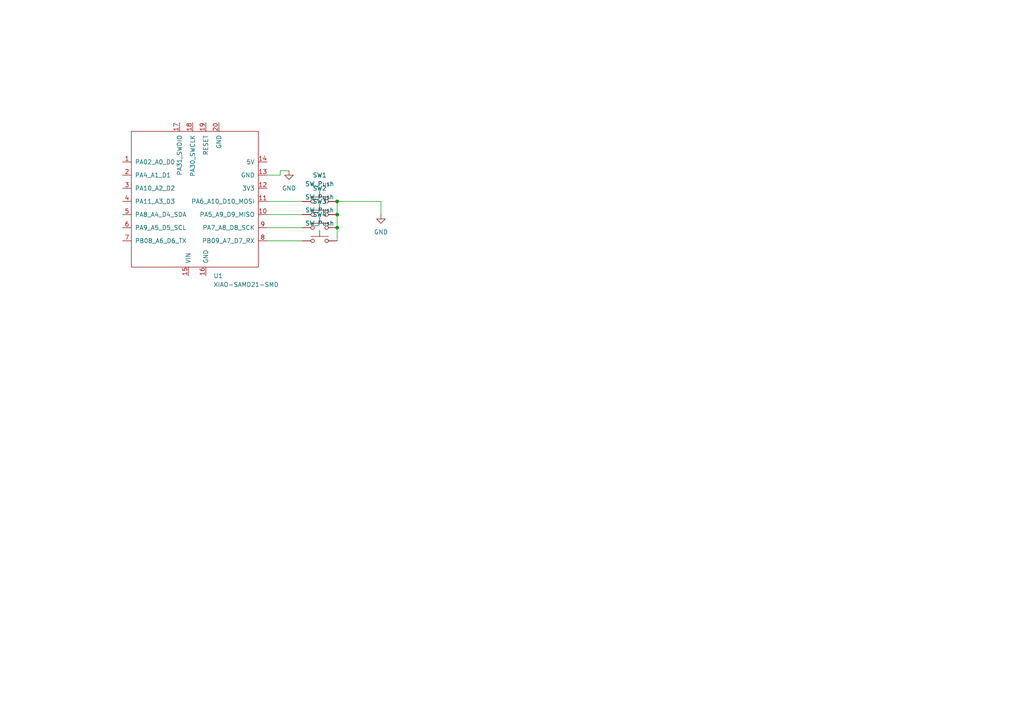
<source format=kicad_sch>
(kicad_sch (version 20231120) (generator "eeschema") (generator_version "8.0")
  (paper "A4")
  (lib_symbols
    (symbol "Seeed_Studio_XIAO_Series:XIAO-SAMD21-SMD" (pin_names (offset 1.016))
      (property "Reference" "U" (at -18.542 23.114 0))
      (property "Value" "XIAO-SAMD21-SMD" (at -9.906 21.336 0))
      (symbol "XIAO-SAMD21-SMD_0_1"
        (rectangle (start -19.05 20.32) (end 17.78 -19.05))
      )
      (symbol "XIAO-SAMD21-SMD_1_1"
        (pin passive line (at -21.59 11.43 0) (length 2.54) (name "PA02_A0_D0") (number "1"))
        (pin passive line (at 20.32 -3.81 180) (length 2.54) (name "PA5_A9_D9_MISO") (number "10"))
        (pin passive line (at 20.32 0 180) (length 2.54) (name "PA6_A10_D10_MOSI") (number "11"))
        (pin passive line (at 20.32 3.81 180) (length 2.54) (name "3V3") (number "12"))
        (pin passive line (at 20.32 7.62 180) (length 2.54) (name "GND") (number "13"))
        (pin passive line (at 20.32 11.43 180) (length 2.54) (name "5V") (number "14"))
        (pin passive line (at -2.54 -21.59 90) (length 2.54) (name "VIN") (number "15"))
        (pin passive line (at 2.54 -21.59 90) (length 2.54) (name "GND") (number "16"))
        (pin passive line (at -5.08 22.86 270) (length 2.54) (name "PA31_SWDIO") (number "17"))
        (pin passive line (at -1.27 22.86 270) (length 2.54) (name "PA30_SWCLK") (number "18"))
        (pin passive line (at 2.54 22.86 270) (length 2.54) (name "RESET") (number "19"))
        (pin passive line (at -21.59 7.62 0) (length 2.54) (name "PA4_A1_D1") (number "2"))
        (pin passive line (at 6.35 22.86 270) (length 2.54) (name "GND") (number "20"))
        (pin passive line (at -21.59 3.81 0) (length 2.54) (name "PA10_A2_D2") (number "3"))
        (pin passive line (at -21.59 0 0) (length 2.54) (name "PA11_A3_D3") (number "4"))
        (pin passive line (at -21.59 -3.81 0) (length 2.54) (name "PA8_A4_D4_SDA") (number "5"))
        (pin passive line (at -21.59 -7.62 0) (length 2.54) (name "PA9_A5_D5_SCL") (number "6"))
        (pin passive line (at -21.59 -11.43 0) (length 2.54) (name "PB08_A6_D6_TX") (number "7"))
        (pin passive line (at 20.32 -11.43 180) (length 2.54) (name "PB09_A7_D7_RX") (number "8"))
        (pin passive line (at 20.32 -7.62 180) (length 2.54) (name "PA7_A8_D8_SCK") (number "9"))
      )
    )
    (symbol "Switch:SW_Push" (pin_numbers hide) (pin_names (offset 1.016) hide)
      (property "Reference" "SW" (at 1.27 2.54 0))
      (property "Value" "SW_Push" (at 0 -1.524 0))
      (symbol "SW_Push_0_1"
        (circle (center -2.032 0) (radius 0.508))
        (polyline (pts (xy 0 1.27) (xy 0 3.048)))
        (polyline (pts (xy 2.54 1.27) (xy -2.54 1.27)))
        (circle (center 2.032 0) (radius 0.508))
        (pin passive line (at -5.08 0 0) (length 2.54) (name "1") (number "1"))
        (pin passive line (at 5.08 0 180) (length 2.54) (name "2") (number "2"))
      )
    )
    (symbol "power:GND" (power) (pin_numbers hide) (pin_names (offset 0) hide)
      (property "Value" "GND" (at 0 -3.81 0))
      (symbol "GND_0_1"
        (polyline (pts (xy 0 0) (xy 0 -1.27) (xy 1.27 -1.27) (xy 0 -2.54) (xy -1.27 -1.27) (xy 0 -1.27)))
      )
      (symbol "GND_1_1"
        (pin power_in line (at 0 0 270) (length 0) (name "~") (number "1"))
      )
    )
  )
  (junction (at 97.79 66.04))
  (junction (at 97.79 58.42))
  (junction (at 97.79 62.23))
  (wire (pts (xy 77.47 50.8) (xy 81.28 50.8)))
  (wire (pts (xy 77.47 62.23) (xy 87.63 62.23)))
  (wire (pts (xy 110.49 58.42) (xy 110.49 62.23)))
  (wire (pts (xy 97.79 58.42) (xy 97.79 62.23)))
  (wire (pts (xy 81.28 49.53) (xy 83.82 49.53)))
  (wire (pts (xy 97.79 62.23) (xy 97.79 66.04)))
  (wire (pts (xy 81.28 50.8) (xy 81.28 49.53)))
  (wire (pts (xy 97.79 66.04) (xy 97.79 69.85)))
  (wire (pts (xy 77.47 69.85) (xy 87.63 69.85)))
  (wire (pts (xy 77.47 58.42) (xy 87.63 58.42)))
  (wire (pts (xy 97.79 58.42) (xy 110.49 58.42)))
  (wire (pts (xy 77.47 66.04) (xy 87.63 66.04)))
  (symbol (lib_id "Switch:SW_Push") (at 92.71 66.04 0) (unit 1)
    (property "Reference" "SW3" (at 92.71 58.42 0))
    (property "Value" "SW_Push" (at 92.71 60.96 0))
    (property "Footprint" "Button_Switch_Keyboard:SW_Cherry_MX_1.00u_PCB" (effects (hide yes)))
    (property "Description" "Push button switch, generic, two pins" (effects (hide yes)))
  )
  (symbol (lib_id "Switch:SW_Push") (at 92.71 62.23 0) (unit 1)
    (property "Reference" "SW2" (at 92.71 54.61 0))
    (property "Value" "SW_Push" (at 92.71 57.15 0))
    (property "Footprint" "Button_Switch_Keyboard:SW_Cherry_MX_1.00u_PCB" (effects (hide yes)))
    (property "Description" "Push button switch, generic, two pins" (effects (hide yes)))
  )
  (symbol (lib_id "Switch:SW_Push") (at 92.71 69.85 0) (unit 1)
    (property "Reference" "SW4" (at 92.71 62.23 0))
    (property "Value" "SW_Push" (at 92.71 64.77 0))
    (property "Footprint" "Button_Switch_Keyboard:SW_Cherry_MX_1.00u_PCB" (effects (hide yes)))
    (property "Description" "Push button switch, generic, two pins" (effects (hide yes)))
  )
  (symbol (lib_id "power:GND") (at 110.49 62.23 0) (unit 1)
    (property "Reference" "#PWR01" (effects (hide yes)))
    (property "Value" "GND" (at 110.49 67.31 0))
    (property "Description" "Power symbol creates a global label with name \"GND\" , ground" (effects (hide yes)))
  )
  (symbol (lib_id "power:GND") (at 83.82 49.53 0) (unit 1)
    (property "Reference" "#PWR02" (effects (hide yes)))
    (property "Value" "GND" (at 83.82 54.61 0))
    (property "Description" "Power symbol creates a global label with name \"GND\" , ground" (effects (hide yes)))
  )
  (symbol (lib_id "Seeed_Studio_XIAO_Series:XIAO-SAMD21-SMD") (at 57.15 58.42 0) (unit 1)
    (property "Reference" "U1" (at 61.8841 80.01 0) (effects (justify left)))
    (property "Value" "XIAO-SAMD21-SMD" (at 61.8841 82.55 0) (effects (justify left)))
    (property "Footprint" "Seeed Studio XIAO Series Library:XIAO-SAMD21-SMD" (effects (hide yes)))
  )
  (symbol (lib_id "Switch:SW_Push") (at 92.71 58.42 0) (unit 1)
    (property "Reference" "SW1" (at 92.71 50.8 0))
    (property "Value" "SW_Push" (at 92.71 53.34 0))
    (property "Footprint" "Button_Switch_Keyboard:SW_Cherry_MX_1.00u_PCB" (effects (hide yes)))
    (property "Description" "Push button switch, generic, two pins" (effects (hide yes)))
  )
)
</source>
